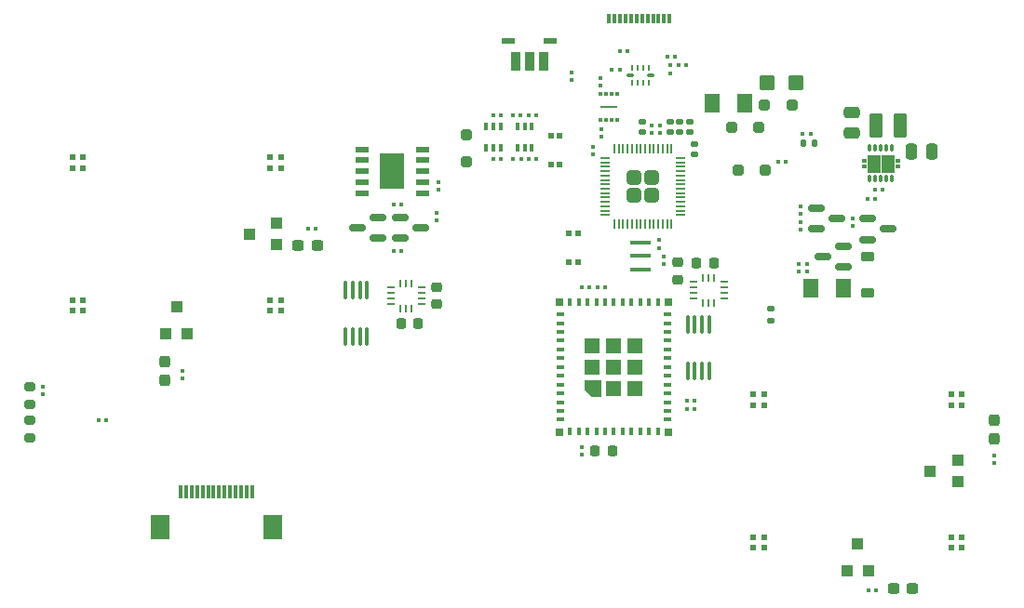
<source format=gbr>
G04 #@! TF.GenerationSoftware,KiCad,Pcbnew,7.0.6*
G04 #@! TF.CreationDate,2023-12-22T13:27:43-08:00*
G04 #@! TF.ProjectId,procon_gcc_main_pcb,70726f63-6f6e-45f6-9763-635f6d61696e,1*
G04 #@! TF.SameCoordinates,Original*
G04 #@! TF.FileFunction,Paste,Top*
G04 #@! TF.FilePolarity,Positive*
%FSLAX46Y46*%
G04 Gerber Fmt 4.6, Leading zero omitted, Abs format (unit mm)*
G04 Created by KiCad (PCBNEW 7.0.6) date 2023-12-22 13:27:43*
%MOMM*%
%LPD*%
G01*
G04 APERTURE LIST*
G04 Aperture macros list*
%AMRoundRect*
0 Rectangle with rounded corners*
0 $1 Rounding radius*
0 $2 $3 $4 $5 $6 $7 $8 $9 X,Y pos of 4 corners*
0 Add a 4 corners polygon primitive as box body*
4,1,4,$2,$3,$4,$5,$6,$7,$8,$9,$2,$3,0*
0 Add four circle primitives for the rounded corners*
1,1,$1+$1,$2,$3*
1,1,$1+$1,$4,$5*
1,1,$1+$1,$6,$7*
1,1,$1+$1,$8,$9*
0 Add four rect primitives between the rounded corners*
20,1,$1+$1,$2,$3,$4,$5,0*
20,1,$1+$1,$4,$5,$6,$7,0*
20,1,$1+$1,$6,$7,$8,$9,0*
20,1,$1+$1,$8,$9,$2,$3,0*%
G04 Aperture macros list end*
%ADD10C,0.010000*%
%ADD11RoundRect,0.079500X0.079500X0.100500X-0.079500X0.100500X-0.079500X-0.100500X0.079500X-0.100500X0*%
%ADD12RoundRect,0.250000X-0.250000X-0.475000X0.250000X-0.475000X0.250000X0.475000X-0.250000X0.475000X0*%
%ADD13R,0.950000X1.700000*%
%ADD14R,0.900000X1.700000*%
%ADD15R,1.200000X0.600000*%
%ADD16R,1.000000X1.000000*%
%ADD17RoundRect,0.079500X0.100500X-0.079500X0.100500X0.079500X-0.100500X0.079500X-0.100500X-0.079500X0*%
%ADD18RoundRect,0.079500X-0.100500X0.079500X-0.100500X-0.079500X0.100500X-0.079500X0.100500X0.079500X0*%
%ADD19RoundRect,0.250000X0.250000X0.250000X-0.250000X0.250000X-0.250000X-0.250000X0.250000X-0.250000X0*%
%ADD20R,0.550000X0.550000*%
%ADD21RoundRect,0.225000X-0.375000X0.225000X-0.375000X-0.225000X0.375000X-0.225000X0.375000X0.225000X0*%
%ADD22RoundRect,0.225000X-0.250000X0.225000X-0.250000X-0.225000X0.250000X-0.225000X0.250000X0.225000X0*%
%ADD23RoundRect,0.140000X0.140000X0.170000X-0.140000X0.170000X-0.140000X-0.170000X0.140000X-0.170000X0*%
%ADD24RoundRect,0.100000X0.100000X-0.712500X0.100000X0.712500X-0.100000X0.712500X-0.100000X-0.712500X0*%
%ADD25RoundRect,0.237500X-0.237500X0.300000X-0.237500X-0.300000X0.237500X-0.300000X0.237500X0.300000X0*%
%ADD26R,0.400000X0.650000*%
%ADD27RoundRect,0.135000X0.185000X-0.135000X0.185000X0.135000X-0.185000X0.135000X-0.185000X-0.135000X0*%
%ADD28RoundRect,0.079500X-0.079500X-0.100500X0.079500X-0.100500X0.079500X0.100500X-0.079500X0.100500X0*%
%ADD29RoundRect,0.237500X0.300000X0.237500X-0.300000X0.237500X-0.300000X-0.237500X0.300000X-0.237500X0*%
%ADD30RoundRect,0.150000X0.587500X0.150000X-0.587500X0.150000X-0.587500X-0.150000X0.587500X-0.150000X0*%
%ADD31RoundRect,0.249999X-0.395001X-0.395001X0.395001X-0.395001X0.395001X0.395001X-0.395001X0.395001X0*%
%ADD32RoundRect,0.050000X-0.387500X-0.050000X0.387500X-0.050000X0.387500X0.050000X-0.387500X0.050000X0*%
%ADD33RoundRect,0.050000X-0.050000X-0.387500X0.050000X-0.387500X0.050000X0.387500X-0.050000X0.387500X0*%
%ADD34R,0.400000X0.800000*%
%ADD35R,0.800000X0.400000*%
%ADD36R,1.450000X1.450000*%
%ADD37R,0.700000X0.700000*%
%ADD38RoundRect,0.140000X0.170000X-0.140000X0.170000X0.140000X-0.170000X0.140000X-0.170000X-0.140000X0*%
%ADD39RoundRect,0.250000X-0.250000X-0.250000X0.250000X-0.250000X0.250000X0.250000X-0.250000X0.250000X0*%
%ADD40RoundRect,0.250001X0.462499X0.624999X-0.462499X0.624999X-0.462499X-0.624999X0.462499X-0.624999X0*%
%ADD41RoundRect,0.007200X-0.112800X0.292800X-0.112800X-0.292800X0.112800X-0.292800X0.112800X0.292800X0*%
%ADD42RoundRect,0.225000X0.225000X0.250000X-0.225000X0.250000X-0.225000X-0.250000X0.225000X-0.250000X0*%
%ADD43RoundRect,0.150000X-0.587500X-0.150000X0.587500X-0.150000X0.587500X0.150000X-0.587500X0.150000X0*%
%ADD44R,0.300000X0.400000*%
%ADD45R,1.600000X0.200000*%
%ADD46RoundRect,0.237500X-0.300000X-0.237500X0.300000X-0.237500X0.300000X0.237500X-0.300000X0.237500X0*%
%ADD47RoundRect,0.250000X0.450000X0.425000X-0.450000X0.425000X-0.450000X-0.425000X0.450000X-0.425000X0*%
%ADD48R,1.900000X0.400000*%
%ADD49RoundRect,0.225000X-0.225000X-0.250000X0.225000X-0.250000X0.225000X0.250000X-0.225000X0.250000X0*%
%ADD50R,1.300000X0.600000*%
%ADD51R,2.300000X3.200000*%
%ADD52R,0.500000X0.550000*%
%ADD53RoundRect,0.140000X-0.170000X0.140000X-0.170000X-0.140000X0.170000X-0.140000X0.170000X0.140000X0*%
%ADD54R,0.300000X1.300000*%
%ADD55R,1.800000X2.200000*%
%ADD56RoundRect,0.200000X-0.275000X0.200000X-0.275000X-0.200000X0.275000X-0.200000X0.275000X0.200000X0*%
%ADD57R,0.300000X0.900000*%
%ADD58RoundRect,0.050000X0.075000X-0.225000X0.075000X0.225000X-0.075000X0.225000X-0.075000X-0.225000X0*%
%ADD59RoundRect,0.050000X0.050000X-0.225000X0.050000X0.225000X-0.050000X0.225000X-0.050000X-0.225000X0*%
%ADD60RoundRect,0.050000X0.250000X-0.100000X0.250000X0.100000X-0.250000X0.100000X-0.250000X-0.100000X0*%
%ADD61R,0.745000X0.280000*%
%ADD62R,0.280000X0.745000*%
%ADD63RoundRect,0.250000X-0.375000X-0.850000X0.375000X-0.850000X0.375000X0.850000X-0.375000X0.850000X0*%
%ADD64RoundRect,0.250000X-0.250000X0.250000X-0.250000X-0.250000X0.250000X-0.250000X0.250000X0.250000X0*%
%ADD65RoundRect,0.200000X0.275000X-0.200000X0.275000X0.200000X-0.275000X0.200000X-0.275000X-0.200000X0*%
%ADD66RoundRect,0.250000X-0.475000X0.250000X-0.475000X-0.250000X0.475000X-0.250000X0.475000X0.250000X0*%
G04 APERTURE END LIST*
D10*
X134919200Y-133223800D02*
X134069200Y-133223800D01*
X133469200Y-132623800D01*
X133469200Y-131773800D01*
X134919200Y-131773800D01*
X134919200Y-133223800D01*
G36*
X134919200Y-133223800D02*
G01*
X134069200Y-133223800D01*
X133469200Y-132623800D01*
X133469200Y-131773800D01*
X134919200Y-131773800D01*
X134919200Y-133223800D01*
G37*
X161560000Y-112750000D02*
X160500000Y-112750000D01*
X160500000Y-111250000D01*
X161560000Y-111250000D01*
X161560000Y-112750000D01*
G36*
X161560000Y-112750000D02*
G01*
X160500000Y-112750000D01*
X160500000Y-111250000D01*
X161560000Y-111250000D01*
X161560000Y-112750000D01*
G37*
X160300000Y-112750000D02*
X159240000Y-112750000D01*
X159240000Y-111250000D01*
X160300000Y-111250000D01*
X160300000Y-112750000D01*
G36*
X160300000Y-112750000D02*
G01*
X159240000Y-112750000D01*
X159240000Y-111250000D01*
X160300000Y-111250000D01*
X160300000Y-112750000D01*
G37*
X162100000Y-111875000D02*
X161760000Y-111875000D01*
X161760000Y-111625000D01*
X162100000Y-111625000D01*
X162100000Y-111875000D01*
G36*
X162100000Y-111875000D02*
G01*
X161760000Y-111875000D01*
X161760000Y-111625000D01*
X162100000Y-111625000D01*
X162100000Y-111875000D01*
G37*
X159040000Y-111875000D02*
X158700000Y-111875000D01*
X158700000Y-111625000D01*
X159040000Y-111625000D01*
X159040000Y-111875000D01*
G36*
X159040000Y-111875000D02*
G01*
X158700000Y-111875000D01*
X158700000Y-111625000D01*
X159040000Y-111625000D01*
X159040000Y-111875000D01*
G37*
X162100000Y-112375000D02*
X161760000Y-112375000D01*
X161760000Y-112125000D01*
X162100000Y-112125000D01*
X162100000Y-112375000D01*
G36*
X162100000Y-112375000D02*
G01*
X161760000Y-112375000D01*
X161760000Y-112125000D01*
X162100000Y-112125000D01*
X162100000Y-112375000D01*
G37*
X159040000Y-112375000D02*
X158700000Y-112375000D01*
X158700000Y-112125000D01*
X159040000Y-112125000D01*
X159040000Y-112375000D01*
G36*
X159040000Y-112375000D02*
G01*
X158700000Y-112375000D01*
X158700000Y-112125000D01*
X159040000Y-112125000D01*
X159040000Y-112375000D01*
G37*
D11*
X89945000Y-135375000D03*
X89255000Y-135375000D03*
D12*
X163200000Y-110950000D03*
X165100000Y-110950000D03*
D13*
X127208519Y-102740000D03*
D14*
X128483519Y-102740000D03*
D13*
X129758519Y-102740000D03*
D15*
X126583519Y-100840000D03*
X130383519Y-100840000D03*
D16*
X105477000Y-119382600D03*
X105477000Y-117482600D03*
X102977000Y-118432600D03*
D17*
X153166600Y-116588800D03*
X153166600Y-115898800D03*
D18*
X139611100Y-108518094D03*
X139611100Y-109208094D03*
D19*
X149350000Y-108750000D03*
X146850000Y-108750000D03*
D20*
X166845200Y-133997000D03*
X167795200Y-133997000D03*
X167795200Y-133047000D03*
X166845200Y-133047000D03*
D21*
X159237200Y-120476000D03*
X159237200Y-123776000D03*
D22*
X120018689Y-123258755D03*
X120018689Y-124808755D03*
D17*
X153725400Y-121861400D03*
X153725400Y-121171400D03*
D23*
X154356400Y-110163000D03*
X153396400Y-110163000D03*
D17*
X170739623Y-139313477D03*
X170739623Y-138623477D03*
D24*
X111750200Y-127791700D03*
X112400200Y-127791700D03*
X113050200Y-127791700D03*
X113700200Y-127791700D03*
X113700200Y-123566700D03*
X113050200Y-123566700D03*
X112400200Y-123566700D03*
X111750200Y-123566700D03*
D25*
X95317457Y-130017891D03*
X95317457Y-131742891D03*
D26*
X124546600Y-110556100D03*
X125196600Y-110556100D03*
X125846600Y-110556100D03*
X125846600Y-108656100D03*
X125196600Y-108656100D03*
X124546600Y-108656100D03*
D27*
X150418800Y-126290800D03*
X150418800Y-125270800D03*
D28*
X142782000Y-133583600D03*
X143472000Y-133583600D03*
D29*
X163312504Y-150698757D03*
X161587504Y-150698757D03*
D20*
X86902000Y-112407600D03*
X87852000Y-112407600D03*
X87852000Y-111457600D03*
X86902000Y-111457600D03*
D11*
X127685800Y-111612700D03*
X126995800Y-111612700D03*
D30*
X157025100Y-121450400D03*
X157025100Y-119550400D03*
X155150100Y-120500400D03*
D17*
X134950900Y-104909294D03*
X134950900Y-104219294D03*
D31*
X137985700Y-113308094D03*
X137985700Y-114908094D03*
X139585700Y-113308094D03*
X139585700Y-114908094D03*
D32*
X135348200Y-111508094D03*
X135348200Y-111908094D03*
X135348200Y-112308094D03*
X135348200Y-112708094D03*
X135348200Y-113108094D03*
X135348200Y-113508094D03*
X135348200Y-113908094D03*
X135348200Y-114308094D03*
X135348200Y-114708094D03*
X135348200Y-115108094D03*
X135348200Y-115508094D03*
X135348200Y-115908094D03*
X135348200Y-116308094D03*
X135348200Y-116708094D03*
D33*
X136185700Y-117545594D03*
X136585700Y-117545594D03*
X136985700Y-117545594D03*
X137385700Y-117545594D03*
X137785700Y-117545594D03*
X138185700Y-117545594D03*
X138585700Y-117545594D03*
X138985700Y-117545594D03*
X139385700Y-117545594D03*
X139785700Y-117545594D03*
X140185700Y-117545594D03*
X140585700Y-117545594D03*
X140985700Y-117545594D03*
X141385700Y-117545594D03*
D32*
X142223200Y-116708094D03*
X142223200Y-116308094D03*
X142223200Y-115908094D03*
X142223200Y-115508094D03*
X142223200Y-115108094D03*
X142223200Y-114708094D03*
X142223200Y-114308094D03*
X142223200Y-113908094D03*
X142223200Y-113508094D03*
X142223200Y-113108094D03*
X142223200Y-112708094D03*
X142223200Y-112308094D03*
X142223200Y-111908094D03*
X142223200Y-111508094D03*
D33*
X141385700Y-110670594D03*
X140985700Y-110670594D03*
X140585700Y-110670594D03*
X140185700Y-110670594D03*
X139785700Y-110670594D03*
X139385700Y-110670594D03*
X138985700Y-110670594D03*
X138585700Y-110670594D03*
X138185700Y-110670594D03*
X137785700Y-110670594D03*
X137385700Y-110670594D03*
X136985700Y-110670594D03*
X136585700Y-110670594D03*
X136185700Y-110670594D03*
D20*
X104902000Y-125407600D03*
X105852000Y-125407600D03*
X105852000Y-124457600D03*
X104902000Y-124457600D03*
D34*
X132144200Y-136448800D03*
X132944200Y-136448800D03*
X133744200Y-136448800D03*
X134544200Y-136448800D03*
X135344200Y-136448800D03*
X136144200Y-136448800D03*
X136944200Y-136448800D03*
X137744200Y-136448800D03*
X138544200Y-136448800D03*
X139344200Y-136448800D03*
X140144200Y-136448800D03*
D35*
X141044200Y-135348800D03*
X141044200Y-134548800D03*
X141044200Y-133748800D03*
X141044200Y-132948800D03*
X141044200Y-132148800D03*
X141044200Y-131348800D03*
X141044200Y-130548800D03*
X141044200Y-129748800D03*
X141044200Y-128948800D03*
X141044200Y-128148800D03*
X141044200Y-127348800D03*
X141044200Y-126548800D03*
X141044200Y-125748800D03*
D34*
X140144200Y-124648800D03*
X139344200Y-124648800D03*
X138544200Y-124648800D03*
X137744200Y-124648800D03*
X136944200Y-124648800D03*
X136144200Y-124648800D03*
X135344200Y-124648800D03*
X134544200Y-124648800D03*
X133744200Y-124648800D03*
X132944200Y-124648800D03*
X132144200Y-124648800D03*
D35*
X131244200Y-125748800D03*
X131244200Y-126548800D03*
X131244200Y-127348800D03*
X131244200Y-128148800D03*
X131244200Y-128948800D03*
X131244200Y-129748800D03*
X131244200Y-130548800D03*
X131244200Y-131348800D03*
X131244200Y-132148800D03*
X131244200Y-132948800D03*
X131244200Y-133748800D03*
X131244200Y-134548800D03*
X131244200Y-135348800D03*
D36*
X136144200Y-130548800D03*
D37*
X131194200Y-124598800D03*
X141094200Y-124598800D03*
X141094200Y-136498800D03*
X131194200Y-136498800D03*
D36*
X136144200Y-132498800D03*
X138094200Y-132498800D03*
X138094200Y-130548800D03*
X138094200Y-128598800D03*
X136144200Y-128598800D03*
X134194200Y-128598800D03*
X134194200Y-130548800D03*
D38*
X142151100Y-109137294D03*
X142151100Y-108177294D03*
D28*
X125181800Y-111612700D03*
X125871800Y-111612700D03*
D39*
X147441600Y-112649000D03*
X149941600Y-112649000D03*
D40*
X148039338Y-106541120D03*
X145064338Y-106541120D03*
D19*
X152337120Y-106709987D03*
X149837120Y-106709987D03*
D17*
X134251700Y-111189294D03*
X134251700Y-110499294D03*
D18*
X141274800Y-103083800D03*
X141274800Y-103773800D03*
D28*
X125156400Y-107599500D03*
X125846400Y-107599500D03*
D11*
X143472000Y-134396400D03*
X142782000Y-134396400D03*
D18*
X152963400Y-121171400D03*
X152963400Y-121861400D03*
D28*
X116118023Y-119981101D03*
X116808023Y-119981101D03*
D41*
X161400000Y-110600000D03*
X160900000Y-110600000D03*
X160400000Y-110600000D03*
X159900000Y-110600000D03*
X159400000Y-110600000D03*
X159400000Y-113400000D03*
X159900000Y-113400000D03*
X160400000Y-113400000D03*
X160900000Y-113400000D03*
X161400000Y-113400000D03*
D42*
X118314100Y-126547002D03*
X116764100Y-126547002D03*
D16*
X157370200Y-149122000D03*
X159270200Y-149122000D03*
X158320200Y-146622000D03*
D40*
X157041700Y-123393200D03*
X154066700Y-123393200D03*
D43*
X154565900Y-116070600D03*
X154565900Y-117970600D03*
X156440900Y-117020600D03*
D18*
X140322300Y-108518094D03*
X140322300Y-109208094D03*
D44*
X134949500Y-108081894D03*
X135449500Y-108081894D03*
X135949500Y-108081894D03*
X136449500Y-108081894D03*
X136449500Y-105681894D03*
X135949500Y-105681894D03*
X135449500Y-105681894D03*
X134949500Y-105681894D03*
D45*
X135699500Y-106881894D03*
D46*
X107418809Y-119497056D03*
X109143809Y-119497056D03*
D28*
X142047400Y-103073200D03*
X142737400Y-103073200D03*
D47*
X152744334Y-104634540D03*
X150044334Y-104634540D03*
D20*
X148845200Y-146997000D03*
X149795200Y-146997000D03*
X149795200Y-146047000D03*
X148845200Y-146047000D03*
D43*
X116744723Y-116922901D03*
X116744723Y-118822901D03*
X118619723Y-117872901D03*
D22*
X141938323Y-121038129D03*
X141938323Y-122588129D03*
D28*
X136713400Y-101752400D03*
X137403400Y-101752400D03*
D17*
X134975600Y-109589094D03*
X134975600Y-108899094D03*
D28*
X116107423Y-115764701D03*
X116797423Y-115764701D03*
D48*
X138595100Y-119236494D03*
X138595100Y-120436494D03*
X138595100Y-121636494D03*
D38*
X143471900Y-111197294D03*
X143471900Y-110237294D03*
D20*
X104902000Y-112407600D03*
X105852000Y-112407600D03*
X105852000Y-111457600D03*
X104902000Y-111457600D03*
D11*
X136666800Y-103505000D03*
X135976800Y-103505000D03*
D49*
X134454600Y-138226800D03*
X136004600Y-138226800D03*
D25*
X170738456Y-135352081D03*
X170738456Y-137077081D03*
D18*
X84175600Y-132304400D03*
X84175600Y-132994400D03*
D20*
X166845200Y-146997000D03*
X167795200Y-146997000D03*
X167795200Y-146047000D03*
X166845200Y-146047000D03*
D26*
X127391400Y-110556100D03*
X128041400Y-110556100D03*
X128691400Y-110556100D03*
X128691400Y-108656100D03*
X128041400Y-108656100D03*
X127391400Y-108656100D03*
D50*
X113227302Y-110726102D03*
X113227302Y-111726102D03*
X113227302Y-112726102D03*
X113227302Y-113726102D03*
X113227302Y-114726102D03*
X118727302Y-114726102D03*
X118727302Y-113726102D03*
X118727302Y-112726102D03*
X118727302Y-111726102D03*
X118727302Y-110726102D03*
D51*
X115977302Y-112726102D03*
D28*
X159300629Y-150847756D03*
X159990629Y-150847756D03*
D30*
X114708123Y-118822901D03*
X114708123Y-116922901D03*
X112833123Y-117872901D03*
D11*
X133898200Y-123266200D03*
X133208200Y-123266200D03*
D52*
X130435400Y-112119800D03*
X131235400Y-112119800D03*
X130435400Y-109469800D03*
X131235400Y-109469800D03*
D16*
X95427000Y-127532600D03*
X97327000Y-127532600D03*
X96377000Y-125032600D03*
D28*
X108340401Y-117977059D03*
X109030401Y-117977059D03*
D49*
X143678194Y-121060800D03*
X145228194Y-121060800D03*
D53*
X143065500Y-108177294D03*
X143065500Y-109137294D03*
D28*
X153328200Y-109274000D03*
X154018200Y-109274000D03*
D17*
X140703300Y-121146094D03*
X140703300Y-120456094D03*
D18*
X120225902Y-113711302D03*
X120225902Y-114401302D03*
D53*
X138747500Y-108179894D03*
X138747500Y-109139894D03*
X141236700Y-108179894D03*
X141236700Y-109139894D03*
D54*
X96741205Y-141917846D03*
X97241205Y-141917846D03*
X97741205Y-141917846D03*
X98241205Y-141917846D03*
X98741205Y-141917846D03*
X99241205Y-141917846D03*
X99741205Y-141917846D03*
X100241205Y-141917846D03*
X100741205Y-141917846D03*
X101241205Y-141917846D03*
X101741205Y-141917846D03*
X102241205Y-141917846D03*
X102741205Y-141917846D03*
X103241205Y-141917846D03*
D55*
X94841205Y-145167846D03*
X105141205Y-145167846D03*
D43*
X159237200Y-117025600D03*
X159237200Y-118925600D03*
X161112200Y-117975600D03*
D56*
X83007200Y-132321800D03*
X83007200Y-133971800D03*
D11*
X127649800Y-107599500D03*
X126959800Y-107599500D03*
D57*
X141210000Y-98835000D03*
X140710000Y-98835000D03*
X140210000Y-98835000D03*
X139710000Y-98835000D03*
X139210000Y-98835000D03*
X138710000Y-98835000D03*
X138210000Y-98835000D03*
X137710000Y-98835000D03*
X137210000Y-98835000D03*
X136710000Y-98835000D03*
X136210000Y-98835000D03*
X135710000Y-98835000D03*
D58*
X137807000Y-104688000D03*
D59*
X138307000Y-104688000D03*
X138807000Y-104688000D03*
D58*
X139307000Y-104688000D03*
D60*
X139457000Y-104013000D03*
D58*
X139307000Y-103338000D03*
D59*
X138807000Y-103338000D03*
X138307000Y-103338000D03*
D58*
X137807000Y-103338000D03*
D60*
X137657000Y-104013000D03*
D24*
X142865200Y-130915900D03*
X143515200Y-130915900D03*
X144165200Y-130915900D03*
X144815200Y-130915900D03*
X144815200Y-126690900D03*
X144165200Y-126690900D03*
X143515200Y-126690900D03*
X142865200Y-126690900D03*
D52*
X132861000Y-118385200D03*
X132061000Y-118385200D03*
X132861000Y-121035200D03*
X132061000Y-121035200D03*
D28*
X128407600Y-107599500D03*
X129097600Y-107599500D03*
D17*
X140220700Y-119689294D03*
X140220700Y-118999294D03*
D18*
X96933652Y-130907363D03*
X96933652Y-131597363D03*
D17*
X133248400Y-138546400D03*
X133248400Y-137856400D03*
D20*
X86902000Y-125407600D03*
X87852000Y-125407600D03*
X87852000Y-124457600D03*
X86902000Y-124457600D03*
D61*
X146159800Y-124295600D03*
X146159800Y-123795600D03*
X146159800Y-123295600D03*
X146159800Y-122795600D03*
D62*
X145261800Y-122397600D03*
X144761800Y-122397600D03*
X144261800Y-122397600D03*
D61*
X143363800Y-122795600D03*
X143363800Y-123295600D03*
X143363800Y-123795600D03*
X143363800Y-124295600D03*
D62*
X144261800Y-124693600D03*
X144761800Y-124693600D03*
X145261800Y-124693600D03*
D28*
X128418200Y-111612700D03*
X129108200Y-111612700D03*
X151118400Y-111864800D03*
X151808400Y-111864800D03*
D18*
X157840200Y-117005800D03*
X157840200Y-117695800D03*
D61*
X115841200Y-123303600D03*
X115841200Y-123803600D03*
X115841200Y-124303600D03*
X115841200Y-124803600D03*
D62*
X116739200Y-125201600D03*
X117239200Y-125201600D03*
X117739200Y-125201600D03*
D61*
X118637200Y-124803600D03*
X118637200Y-124303600D03*
X118637200Y-123803600D03*
X118637200Y-123303600D03*
D62*
X117739200Y-122905600D03*
X117239200Y-122905600D03*
X116739200Y-122905600D03*
D63*
X160025000Y-108550000D03*
X162175000Y-108550000D03*
D18*
X132257800Y-103693400D03*
X132257800Y-104383400D03*
D11*
X160563077Y-114402950D03*
X159873077Y-114402950D03*
D64*
X122758200Y-109392400D03*
X122758200Y-111892400D03*
D16*
X167420200Y-140972000D03*
X167420200Y-139072000D03*
X164920200Y-140022000D03*
D65*
X83007200Y-137007600D03*
X83007200Y-135357600D03*
D28*
X159233348Y-115214226D03*
X159923348Y-115214226D03*
D20*
X148845200Y-133997000D03*
X149795200Y-133997000D03*
X149795200Y-133047000D03*
X148845200Y-133047000D03*
D17*
X153166600Y-118062000D03*
X153166600Y-117372000D03*
D66*
X157782026Y-107324670D03*
X157782026Y-109224670D03*
D28*
X141031400Y-102311200D03*
X141721400Y-102311200D03*
D18*
X120019023Y-116537301D03*
X120019023Y-117227301D03*
D11*
X135371400Y-123266200D03*
X134681400Y-123266200D03*
M02*

</source>
